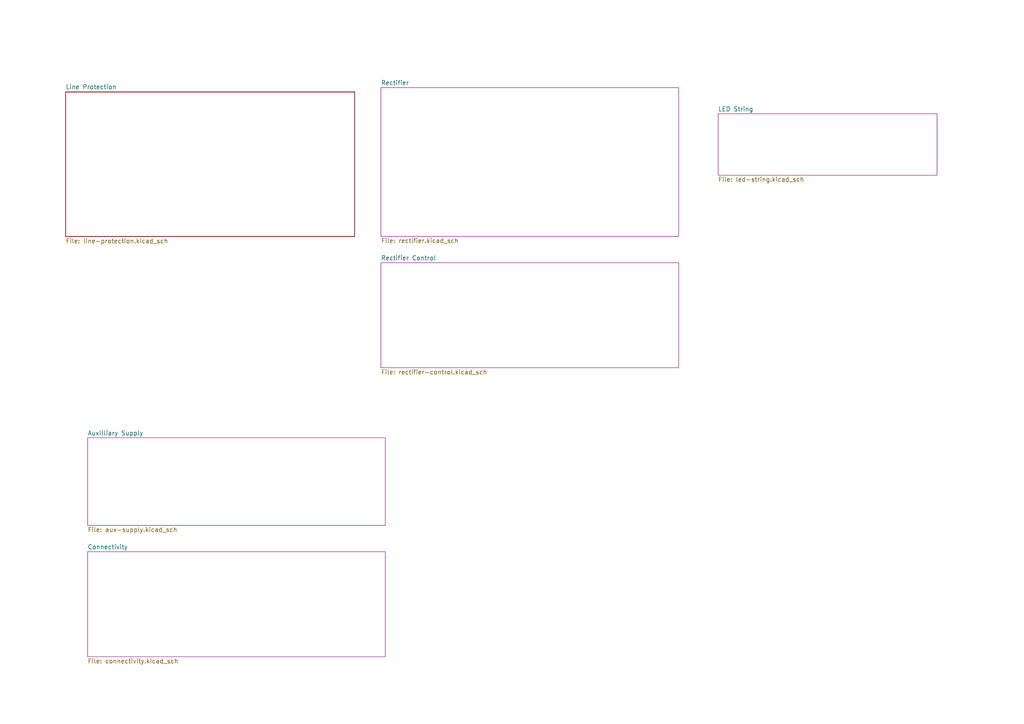
<source format=kicad_sch>
(kicad_sch
	(version 20240417)
	(generator "eeschema")
	(generator_version "8.99")
	(uuid "a5bc576a-16b1-469b-95bf-cd73ad37d133")
	(paper "A4")
	(title_block
		(title "Grow Light")
		(company "Kiwi Devices Limited")
	)
	(lib_symbols)
	(sheet
		(at 110.49 25.4)
		(size 86.36 43.18)
		(stroke
			(width 0.001)
			(type solid)
			(color 132 0 132 1)
		)
		(fill
			(color 255 255 255 0.0000)
		)
		(uuid "173e1528-7550-4235-b83a-f26eb8adb0a7")
		(property "Sheetname" "Rectifier"
			(at 110.49 24.7641 0)
			(effects
				(font
					(size 1.27 1.27)
				)
				(justify left bottom)
			)
		)
		(property "Sheetfile" "rectifier.kicad_sch"
			(at 110.49 69.0889 0)
			(effects
				(font
					(size 1.27 1.27)
				)
				(justify left top)
			)
		)
		(instances
			(project "led-supply"
				(path "/a5bc576a-16b1-469b-95bf-cd73ad37d133"
					(page "3")
				)
			)
		)
	)
	(sheet
		(at 208.28 33.02)
		(size 63.5 17.78)
		(stroke
			(width 0.001)
			(type solid)
			(color 132 0 132 1)
		)
		(fill
			(color 255 255 255 0.0000)
		)
		(uuid "2c0c1018-598b-4fc8-b9d4-a31fcf4a7761")
		(property "Sheetname" "LED String"
			(at 208.28 32.3841 0)
			(effects
				(font
					(size 1.27 1.27)
				)
				(justify left bottom)
			)
		)
		(property "Sheetfile" "led-string.kicad_sch"
			(at 208.28 51.3089 0)
			(effects
				(font
					(size 1.27 1.27)
				)
				(justify left top)
			)
		)
		(instances
			(project "led-supply"
				(path "/a5bc576a-16b1-469b-95bf-cd73ad37d133"
					(page "2")
				)
			)
		)
	)
	(sheet
		(at 25.4 127)
		(size 86.36 25.4)
		(stroke
			(width 0.001)
			(type solid)
			(color 132 0 132 1)
		)
		(fill
			(color 255 255 255 0.0000)
		)
		(uuid "2f21cc9e-f96d-43f6-8f4f-bda07628fd66")
		(property "Sheetname" "Auxilliary Supply"
			(at 25.4 126.3641 0)
			(effects
				(font
					(size 1.27 1.27)
				)
				(justify left bottom)
			)
		)
		(property "Sheetfile" "aux-supply.kicad_sch"
			(at 25.4 152.9089 0)
			(effects
				(font
					(size 1.27 1.27)
				)
				(justify left top)
			)
		)
		(instances
			(project "led-supply"
				(path "/a5bc576a-16b1-469b-95bf-cd73ad37d133"
					(page "6")
				)
			)
		)
	)
	(sheet
		(at 110.49 76.2)
		(size 86.36 30.48)
		(stroke
			(width 0.001)
			(type solid)
			(color 132 0 132 1)
		)
		(fill
			(color 255 255 255 0.0000)
		)
		(uuid "7205d0f2-8663-48d0-85b5-5485cfbb7c84")
		(property "Sheetname" "Rectifier Control"
			(at 110.49 75.5641 0)
			(effects
				(font
					(size 1.27 1.27)
				)
				(justify left bottom)
			)
		)
		(property "Sheetfile" "rectifier-control.kicad_sch"
			(at 110.49 107.1889 0)
			(effects
				(font
					(size 1.27 1.27)
				)
				(justify left top)
			)
		)
		(instances
			(project "led-supply"
				(path "/a5bc576a-16b1-469b-95bf-cd73ad37d133"
					(page "4")
				)
			)
		)
	)
	(sheet
		(at 19.05 26.67)
		(size 83.82 41.91)
		(fields_autoplaced yes)
		(stroke
			(width 0.1524)
			(type solid)
		)
		(fill
			(color 0 0 0 0.0000)
		)
		(uuid "ce277001-7143-474c-ab3e-09f92a0bfe46")
		(property "Sheetname" "Line Protection"
			(at 19.05 25.9584 0)
			(effects
				(font
					(size 1.27 1.27)
				)
				(justify left bottom)
			)
		)
		(property "Sheetfile" "line-protection.kicad_sch"
			(at 19.05 69.1646 0)
			(effects
				(font
					(size 1.27 1.27)
				)
				(justify left top)
			)
		)
		(instances
			(project "led-supply"
				(path "/a5bc576a-16b1-469b-95bf-cd73ad37d133"
					(page "7")
				)
			)
		)
	)
	(sheet
		(at 25.4 160.02)
		(size 86.36 30.48)
		(stroke
			(width 0.001)
			(type solid)
			(color 132 0 132 1)
		)
		(fill
			(color 255 255 255 0.0000)
		)
		(uuid "f1c533f3-880e-43af-939d-d1b04b8807dd")
		(property "Sheetname" "Connectivity"
			(at 25.4 159.3841 0)
			(effects
				(font
					(size 1.27 1.27)
				)
				(justify left bottom)
			)
		)
		(property "Sheetfile" "connectivity.kicad_sch"
			(at 25.4 191.0089 0)
			(effects
				(font
					(size 1.27 1.27)
				)
				(justify left top)
			)
		)
		(instances
			(project "led-supply"
				(path "/a5bc576a-16b1-469b-95bf-cd73ad37d133"
					(page "5")
				)
			)
		)
	)
	(sheet_instances
		(path "/"
			(page "1")
		)
	)
)

</source>
